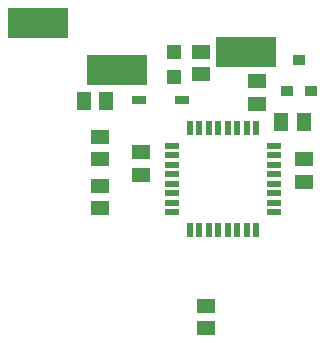
<source format=gtp>
G75*
%MOIN*%
%OFA0B0*%
%FSLAX25Y25*%
%IPPOS*%
%LPD*%
%AMOC8*
5,1,8,0,0,1.08239X$1,22.5*
%
%ADD10R,0.05906X0.05118*%
%ADD11R,0.05118X0.05906*%
%ADD12R,0.05000X0.02200*%
%ADD13R,0.02200X0.05000*%
%ADD14R,0.03937X0.03543*%
%ADD15R,0.20000X0.10000*%
%ADD16R,0.04724X0.02756*%
%ADD17R,0.04724X0.04724*%
D10*
X0061970Y0076660D03*
X0061970Y0084141D03*
X0062012Y0093017D03*
X0062012Y0100497D03*
X0075572Y0095379D03*
X0075572Y0087899D03*
X0114347Y0111517D03*
X0114347Y0118997D03*
X0095725Y0121427D03*
X0095725Y0128907D03*
X0129953Y0092961D03*
X0129953Y0085481D03*
X0097135Y0044238D03*
X0097135Y0036757D03*
D11*
X0122453Y0105320D03*
X0129934Y0105320D03*
X0064075Y0112462D03*
X0056595Y0112462D03*
D12*
X0086049Y0075446D03*
X0086049Y0078596D03*
X0086049Y0081745D03*
X0086049Y0084895D03*
X0086049Y0088045D03*
X0086049Y0091194D03*
X0086049Y0094344D03*
X0086049Y0097493D03*
X0119849Y0097493D03*
X0119849Y0094344D03*
X0119849Y0091194D03*
X0119849Y0088045D03*
X0119849Y0084895D03*
X0119849Y0081745D03*
X0119849Y0078596D03*
X0119849Y0075446D03*
D13*
X0113973Y0069570D03*
X0110823Y0069570D03*
X0107674Y0069570D03*
X0104524Y0069570D03*
X0101375Y0069570D03*
X0098225Y0069570D03*
X0095075Y0069570D03*
X0091926Y0069570D03*
X0091926Y0103370D03*
X0095075Y0103370D03*
X0098225Y0103370D03*
X0101375Y0103370D03*
X0104524Y0103370D03*
X0107674Y0103370D03*
X0110823Y0103370D03*
X0113973Y0103370D03*
D14*
X0124351Y0115726D03*
X0132225Y0115726D03*
X0128288Y0125962D03*
D15*
X0110627Y0128749D03*
X0067713Y0122844D03*
X0041198Y0138592D03*
D16*
X0074796Y0112651D03*
X0089363Y0112651D03*
D17*
X0086725Y0120533D03*
X0086725Y0128801D03*
M02*

</source>
